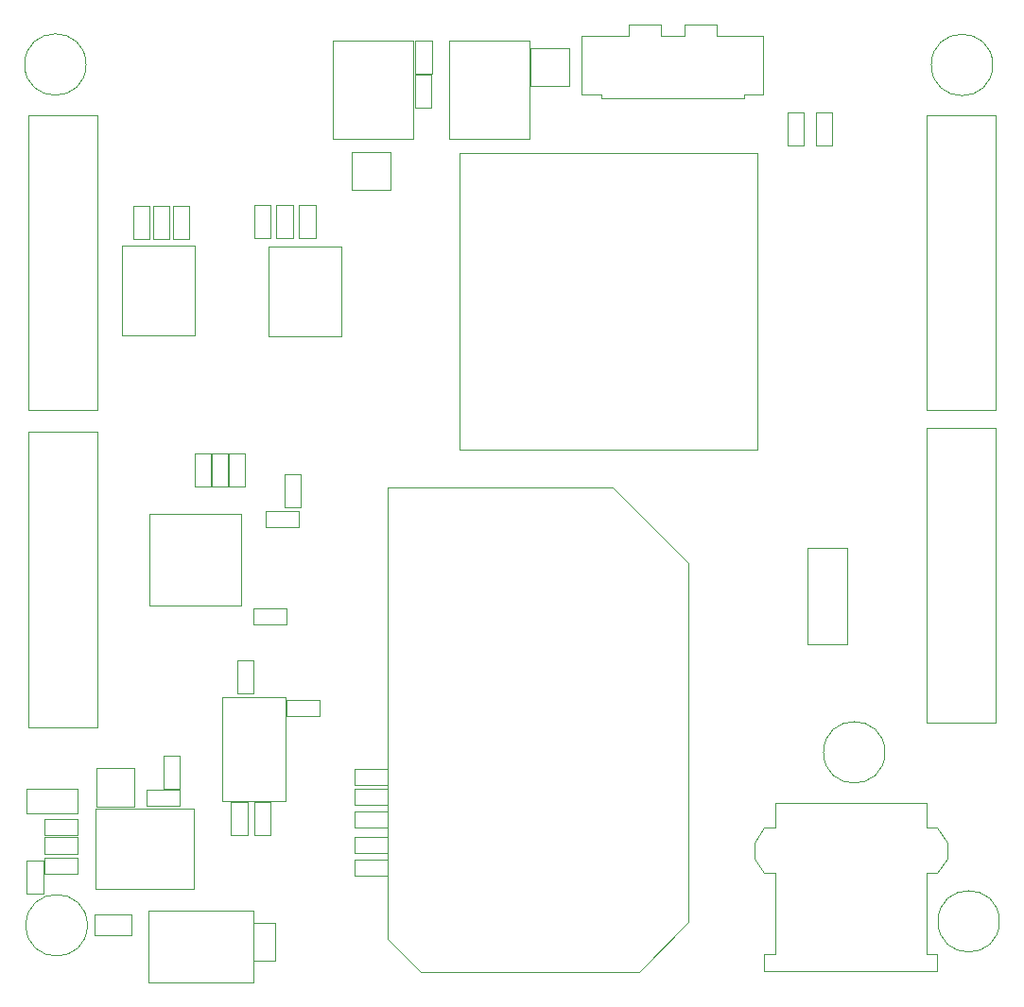
<source format=gbr>
G04 #@! TF.GenerationSoftware,KiCad,Pcbnew,5.1.5-52549c5~86~ubuntu18.04.1*
G04 #@! TF.CreationDate,2020-05-25T12:27:11-05:00*
G04 #@! TF.ProjectId,AICE,41494345-2e6b-4696-9361-645f70636258,rev?*
G04 #@! TF.SameCoordinates,Original*
G04 #@! TF.FileFunction,Other,User*
%FSLAX46Y46*%
G04 Gerber Fmt 4.6, Leading zero omitted, Abs format (unit mm)*
G04 Created by KiCad (PCBNEW 5.1.5-52549c5~86~ubuntu18.04.1) date 2020-05-25 12:27:11*
%MOMM*%
%LPD*%
G04 APERTURE LIST*
%ADD10C,0.050000*%
G04 APERTURE END LIST*
D10*
X111450000Y-129300000D02*
G75*
G03X111450000Y-129300000I-2750000J0D01*
G01*
X44210000Y-130700000D02*
X44210000Y-134200000D01*
X40810000Y-130700000D02*
X44210000Y-130700000D01*
X40810000Y-134200000D02*
X40810000Y-130700000D01*
X44210000Y-134200000D02*
X40810000Y-134200000D01*
X91370000Y-65060000D02*
X91370000Y-64040000D01*
X91370000Y-64040000D02*
X88470000Y-64040000D01*
X88470000Y-65060000D02*
X88470000Y-64040000D01*
X88470000Y-65060000D02*
X84270000Y-65060000D01*
X84270000Y-65060000D02*
X84270000Y-70360000D01*
X84270000Y-70360000D02*
X86020000Y-70360000D01*
X86020000Y-70360000D02*
X86020000Y-70670000D01*
X86020000Y-70670000D02*
X98820000Y-70670000D01*
X98820000Y-70360000D02*
X98820000Y-70670000D01*
X100570000Y-70360000D02*
X98820000Y-70360000D01*
X100570000Y-65060000D02*
X100570000Y-70360000D01*
X96370000Y-65060000D02*
X100570000Y-65060000D01*
X96370000Y-65060000D02*
X96370000Y-64040000D01*
X93470000Y-64040000D02*
X96370000Y-64040000D01*
X91370000Y-65060000D02*
X93470000Y-65060000D01*
X93470000Y-65060000D02*
X93470000Y-64040000D01*
X56438000Y-80254000D02*
X56438000Y-83214000D01*
X54978000Y-80254000D02*
X56438000Y-80254000D01*
X54978000Y-83214000D02*
X54978000Y-80254000D01*
X56438000Y-83214000D02*
X54978000Y-83214000D01*
X58428000Y-80239000D02*
X58428000Y-83199000D01*
X56968000Y-80239000D02*
X58428000Y-80239000D01*
X56968000Y-83199000D02*
X56968000Y-80239000D01*
X58428000Y-83199000D02*
X56968000Y-83199000D01*
X45574000Y-80328000D02*
X45574000Y-83288000D01*
X44114000Y-80328000D02*
X45574000Y-80328000D01*
X44114000Y-83288000D02*
X44114000Y-80328000D01*
X45574000Y-83288000D02*
X44114000Y-83288000D01*
X47352000Y-80328000D02*
X47352000Y-83288000D01*
X45892000Y-80328000D02*
X47352000Y-80328000D01*
X45892000Y-83288000D02*
X45892000Y-80328000D01*
X47352000Y-83288000D02*
X45892000Y-83288000D01*
X69392200Y-71521900D02*
X69392200Y-68561900D01*
X70852200Y-71521900D02*
X69392200Y-71521900D01*
X70852200Y-68561900D02*
X70852200Y-71521900D01*
X69392200Y-68561900D02*
X70852200Y-68561900D01*
X48320000Y-129622500D02*
X48320000Y-132582500D01*
X46860000Y-129622500D02*
X48320000Y-129622500D01*
X46860000Y-132582500D02*
X46860000Y-129622500D01*
X48320000Y-132582500D02*
X46860000Y-132582500D01*
X102741980Y-74919020D02*
X102741980Y-71959020D01*
X104201980Y-74919020D02*
X102741980Y-74919020D01*
X104201980Y-71959020D02*
X104201980Y-74919020D01*
X102741980Y-71959020D02*
X104201980Y-71959020D01*
X105281980Y-74919020D02*
X105281980Y-71959020D01*
X106741980Y-74919020D02*
X105281980Y-74919020D01*
X106741980Y-71959020D02*
X106741980Y-74919020D01*
X105281980Y-71959020D02*
X106741980Y-71959020D01*
X60458000Y-80239000D02*
X60458000Y-83199000D01*
X58998000Y-80239000D02*
X60458000Y-80239000D01*
X58998000Y-83199000D02*
X58998000Y-80239000D01*
X60458000Y-83199000D02*
X58998000Y-83199000D01*
X63935240Y-138931380D02*
X66895240Y-138931380D01*
X63935240Y-140391380D02*
X63935240Y-138931380D01*
X66895240Y-140391380D02*
X63935240Y-140391380D01*
X66895240Y-138931380D02*
X66895240Y-140391380D01*
X63935240Y-136899380D02*
X66895240Y-136899380D01*
X63935240Y-138359380D02*
X63935240Y-136899380D01*
X66895240Y-138359380D02*
X63935240Y-138359380D01*
X66895240Y-136899380D02*
X66895240Y-138359380D01*
X63935240Y-134613380D02*
X66895240Y-134613380D01*
X63935240Y-136073380D02*
X63935240Y-134613380D01*
X66895240Y-136073380D02*
X63935240Y-136073380D01*
X66895240Y-134613380D02*
X66895240Y-136073380D01*
X63935240Y-132581380D02*
X66895240Y-132581380D01*
X63935240Y-134041380D02*
X63935240Y-132581380D01*
X66895240Y-134041380D02*
X63935240Y-134041380D01*
X66895240Y-132581380D02*
X66895240Y-134041380D01*
X63935240Y-130803380D02*
X66895240Y-130803380D01*
X63935240Y-132263380D02*
X63935240Y-130803380D01*
X66895240Y-132263380D02*
X63935240Y-132263380D01*
X66895240Y-130803380D02*
X66895240Y-132263380D01*
X49130000Y-80328000D02*
X49130000Y-83288000D01*
X47670000Y-80328000D02*
X49130000Y-80328000D01*
X47670000Y-83288000D02*
X47670000Y-80328000D01*
X49130000Y-83288000D02*
X47670000Y-83288000D01*
X52902000Y-136734000D02*
X52902000Y-133774000D01*
X54362000Y-136734000D02*
X52902000Y-136734000D01*
X54362000Y-133774000D02*
X54362000Y-136734000D01*
X52902000Y-133774000D02*
X54362000Y-133774000D01*
X54932000Y-121084000D02*
X54932000Y-124044000D01*
X53472000Y-121084000D02*
X54932000Y-121084000D01*
X53472000Y-124044000D02*
X53472000Y-121084000D01*
X54932000Y-124044000D02*
X53472000Y-124044000D01*
X57856940Y-124621540D02*
X60816940Y-124621540D01*
X57856940Y-126081540D02*
X57856940Y-124621540D01*
X60816940Y-126081540D02*
X57856940Y-126081540D01*
X60816940Y-124621540D02*
X60816940Y-126081540D01*
X54964000Y-136744000D02*
X54964000Y-133784000D01*
X56424000Y-136744000D02*
X54964000Y-136744000D01*
X56424000Y-133784000D02*
X56424000Y-136744000D01*
X54964000Y-133784000D02*
X56424000Y-133784000D01*
X52690000Y-105510000D02*
X52690000Y-102550000D01*
X54150000Y-105510000D02*
X52690000Y-105510000D01*
X54150000Y-102550000D02*
X54150000Y-105510000D01*
X52690000Y-102550000D02*
X54150000Y-102550000D01*
X56830000Y-144620000D02*
X56830000Y-147980000D01*
X54930000Y-144620000D02*
X56830000Y-144620000D01*
X54930000Y-147980000D02*
X54930000Y-144620000D01*
X56830000Y-147980000D02*
X54930000Y-147980000D01*
X40640000Y-143790000D02*
X44000000Y-143790000D01*
X40640000Y-145690000D02*
X40640000Y-143790000D01*
X44000000Y-145690000D02*
X40640000Y-145690000D01*
X44000000Y-143790000D02*
X44000000Y-145690000D01*
X70859400Y-65494720D02*
X70859400Y-68454720D01*
X69399400Y-65494720D02*
X70859400Y-65494720D01*
X69399400Y-68454720D02*
X69399400Y-65494720D01*
X70859400Y-68454720D02*
X69399400Y-68454720D01*
X45317500Y-132660000D02*
X48277500Y-132660000D01*
X45317500Y-134120000D02*
X45317500Y-132660000D01*
X48277500Y-134120000D02*
X45317500Y-134120000D01*
X48277500Y-132660000D02*
X48277500Y-134120000D01*
X54908000Y-116364000D02*
X57868000Y-116364000D01*
X54908000Y-117824000D02*
X54908000Y-116364000D01*
X57868000Y-117824000D02*
X54908000Y-117824000D01*
X57868000Y-116364000D02*
X57868000Y-117824000D01*
X58982000Y-109106000D02*
X56022000Y-109106000D01*
X58982000Y-107646000D02*
X58982000Y-109106000D01*
X56022000Y-107646000D02*
X58982000Y-107646000D01*
X56022000Y-109106000D02*
X56022000Y-107646000D01*
X36170000Y-136920000D02*
X39130000Y-136920000D01*
X36170000Y-138380000D02*
X36170000Y-136920000D01*
X39130000Y-138380000D02*
X36170000Y-138380000D01*
X39130000Y-136920000D02*
X39130000Y-138380000D01*
X36170000Y-135270000D02*
X39130000Y-135270000D01*
X36170000Y-136730000D02*
X36170000Y-135270000D01*
X39130000Y-136730000D02*
X36170000Y-136730000D01*
X39130000Y-135270000D02*
X39130000Y-136730000D01*
X34547500Y-132540000D02*
X39107500Y-132540000D01*
X34547500Y-134780000D02*
X34547500Y-132540000D01*
X39107500Y-134780000D02*
X34547500Y-134780000D01*
X39107500Y-132540000D02*
X39107500Y-134780000D01*
X52620000Y-102535000D02*
X52620000Y-105495000D01*
X51160000Y-102535000D02*
X52620000Y-102535000D01*
X51160000Y-105495000D02*
X51160000Y-102535000D01*
X52620000Y-105495000D02*
X51160000Y-105495000D01*
X51070000Y-102530000D02*
X51070000Y-105490000D01*
X49610000Y-102530000D02*
X51070000Y-102530000D01*
X49610000Y-105490000D02*
X49610000Y-102530000D01*
X51070000Y-105490000D02*
X49610000Y-105490000D01*
X59162000Y-104381000D02*
X59162000Y-107341000D01*
X57702000Y-104381000D02*
X59162000Y-104381000D01*
X57702000Y-107341000D02*
X57702000Y-104381000D01*
X59162000Y-107341000D02*
X57702000Y-107341000D01*
X49618000Y-83904000D02*
X43118000Y-83904000D01*
X43118000Y-83904000D02*
X43118000Y-91904000D01*
X43118000Y-91904000D02*
X49618000Y-91904000D01*
X49618000Y-91904000D02*
X49618000Y-83904000D01*
X62750000Y-92000000D02*
X62750000Y-84000000D01*
X56250000Y-92000000D02*
X62750000Y-92000000D01*
X56250000Y-84000000D02*
X56250000Y-92000000D01*
X62750000Y-84000000D02*
X56250000Y-84000000D01*
X40030000Y-144800000D02*
G75*
G03X40030000Y-144800000I-2750000J0D01*
G01*
X39916000Y-67652000D02*
G75*
G03X39916000Y-67652000I-2750000J0D01*
G01*
X121700000Y-144450000D02*
G75*
G03X121700000Y-144450000I-2750000J0D01*
G01*
X121100000Y-67690000D02*
G75*
G03X121100000Y-67690000I-2750000J0D01*
G01*
X34766000Y-127022000D02*
X40916000Y-127022000D01*
X34766000Y-100572000D02*
X34766000Y-127022000D01*
X40916000Y-100572000D02*
X34766000Y-100572000D01*
X40916000Y-127022000D02*
X40916000Y-100572000D01*
X34776000Y-72200000D02*
X34776000Y-98650000D01*
X34776000Y-98650000D02*
X40926000Y-98650000D01*
X40926000Y-98650000D02*
X40926000Y-72200000D01*
X40926000Y-72200000D02*
X34776000Y-72200000D01*
X108080000Y-110960000D02*
X104480000Y-110960000D01*
X108080000Y-119610000D02*
X108080000Y-110960000D01*
X104480000Y-119610000D02*
X108080000Y-119610000D01*
X104480000Y-110960000D02*
X104480000Y-119610000D01*
X99750000Y-137370000D02*
X100650000Y-136070000D01*
X99750000Y-138820000D02*
X99750000Y-137370000D01*
X101650000Y-140120000D02*
X100650000Y-140120000D01*
X99750000Y-138820000D02*
X100650000Y-140120000D01*
X101650000Y-136070000D02*
X100650000Y-136070000D01*
X117050000Y-138820000D02*
X116150000Y-140120000D01*
X101650000Y-136070000D02*
X101650000Y-133870000D01*
X115150000Y-133870000D02*
X101650000Y-133870000D01*
X115150000Y-136070000D02*
X115150000Y-133870000D01*
X117050000Y-137370000D02*
X117050000Y-138820000D01*
X115150000Y-136070000D02*
X116150000Y-136070000D01*
X117050000Y-137370000D02*
X116150000Y-136070000D01*
X101650000Y-140120000D02*
X101650000Y-147370000D01*
X101650000Y-147370000D02*
X100650000Y-147370000D01*
X100650000Y-147370000D02*
X100650000Y-148870000D01*
X100650000Y-148870000D02*
X116150000Y-148870000D01*
X116150000Y-148870000D02*
X116150000Y-147370000D01*
X116150000Y-147370000D02*
X115150000Y-147370000D01*
X115150000Y-147370000D02*
X115150000Y-140120000D01*
X115150000Y-140120000D02*
X116150000Y-140120000D01*
X54880000Y-149950000D02*
X45480000Y-149950000D01*
X54880000Y-143450000D02*
X54880000Y-149950000D01*
X45480000Y-143450000D02*
X54880000Y-143450000D01*
X45480000Y-149950000D02*
X45480000Y-143450000D01*
X45544000Y-107910000D02*
X45544000Y-116150000D01*
X53784000Y-107910000D02*
X45544000Y-107910000D01*
X53784000Y-116150000D02*
X53784000Y-107910000D01*
X45544000Y-116150000D02*
X53784000Y-116150000D01*
X57788000Y-124336000D02*
X52068000Y-124336000D01*
X52068000Y-124336000D02*
X52068000Y-133636000D01*
X52068000Y-133636000D02*
X57788000Y-133636000D01*
X57788000Y-133636000D02*
X57788000Y-124336000D01*
X87101240Y-105569380D02*
X93851240Y-112319380D01*
X89401240Y-148969380D02*
X93851240Y-144519380D01*
X66951240Y-146019380D02*
X69901240Y-148969380D01*
X66951240Y-105569380D02*
X87101240Y-105569380D01*
X93851240Y-112319380D02*
X93851240Y-144519380D01*
X66951240Y-105569380D02*
X66951240Y-146019380D01*
X69901240Y-148969380D02*
X89401240Y-148969380D01*
X73392360Y-102204940D02*
X73392360Y-75604940D01*
X73392360Y-75604940D02*
X99992360Y-75604940D01*
X99992360Y-75604940D02*
X99992360Y-102204940D01*
X99992360Y-102204940D02*
X73392360Y-102204940D01*
X40800000Y-134380000D02*
X40800000Y-141580000D01*
X40800000Y-141580000D02*
X49600000Y-141580000D01*
X49600000Y-141580000D02*
X49600000Y-134380000D01*
X49600000Y-134380000D02*
X40800000Y-134380000D01*
X69184820Y-65506120D02*
X61984820Y-65506120D01*
X61984820Y-65506120D02*
X61984820Y-74306120D01*
X61984820Y-74306120D02*
X69184820Y-74306120D01*
X69184820Y-74306120D02*
X69184820Y-65506120D01*
X79624460Y-74278180D02*
X79624460Y-65478180D01*
X72424460Y-74278180D02*
X79624460Y-74278180D01*
X72424460Y-65478180D02*
X72424460Y-74278180D01*
X79624460Y-65478180D02*
X72424460Y-65478180D01*
X79713180Y-69612100D02*
X79713180Y-66212100D01*
X79713180Y-66212100D02*
X83213180Y-66212100D01*
X83213180Y-66212100D02*
X83213180Y-69612100D01*
X83213180Y-69612100D02*
X79713180Y-69612100D01*
X67214760Y-78885780D02*
X63714760Y-78885780D01*
X67214760Y-75485780D02*
X67214760Y-78885780D01*
X63714760Y-75485780D02*
X67214760Y-75485780D01*
X63714760Y-78885780D02*
X63714760Y-75485780D01*
X121350000Y-72200000D02*
X115200000Y-72200000D01*
X121350000Y-98650000D02*
X121350000Y-72200000D01*
X115200000Y-98650000D02*
X121350000Y-98650000D01*
X115200000Y-72200000D02*
X115200000Y-98650000D01*
X121350000Y-100200000D02*
X115200000Y-100200000D01*
X121350000Y-126650000D02*
X121350000Y-100200000D01*
X115200000Y-126650000D02*
X121350000Y-126650000D01*
X115200000Y-100200000D02*
X115200000Y-126650000D01*
X36182500Y-140180000D02*
X36182500Y-138720000D01*
X36182500Y-138720000D02*
X39142500Y-138720000D01*
X39142500Y-138720000D02*
X39142500Y-140180000D01*
X39142500Y-140180000D02*
X36182500Y-140180000D01*
X34620000Y-141930000D02*
X34620000Y-138970000D01*
X36080000Y-141930000D02*
X34620000Y-141930000D01*
X36080000Y-138970000D02*
X36080000Y-141930000D01*
X34620000Y-138970000D02*
X36080000Y-138970000D01*
M02*

</source>
